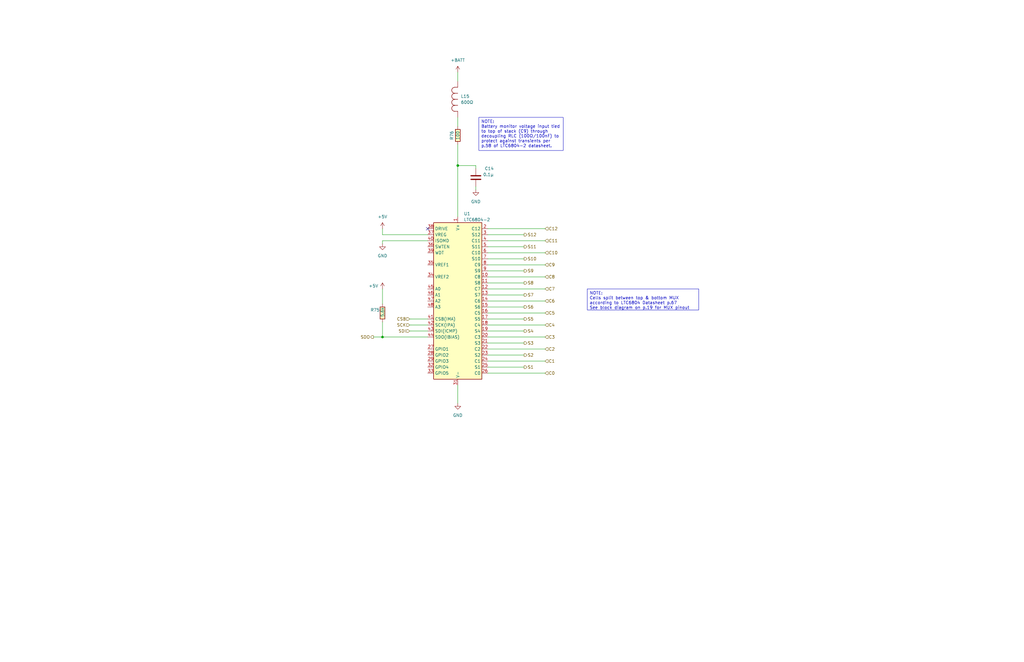
<source format=kicad_sch>
(kicad_sch (version 20230121) (generator eeschema)
  (paper "B")
  (title_block (title "Battery Stack Monitor") (date "2024-08-10") (rev "A") (company "AeroNU - FixedWing"))
  (lib_symbols
    (symbol "FixedWing:BLM31PG601SN1L" (pin_numbers hide) (pin_names (offset 0.254) hide)
      (property "Reference" "L" (at 6.985 5.08 0))
      (property "Value" "600Ω" (at 6.985 -2.54 0))
      (symbol "BLM31PG601SN1L_1_1"
        (polyline (pts (xy 2.54 0) (xy 2.54 1.27)) (stroke (width 0.2032)))
        (polyline (pts (xy 5.08 0) (xy 5.08 1.27)) (stroke (width 0.2032)))
        (polyline (pts (xy 7.62 0) (xy 7.62 1.27)) (stroke (width 0.2032)))
        (polyline (pts (xy 10.16 0) (xy 10.16 1.27)) (stroke (width 0.2032)))
        (polyline (pts (xy 12.7 0) (xy 12.7 1.27)) (stroke (width 0.2032)))
        (arc (start 5.08 1.27) (mid 3.81 2.5345) (end 2.54 1.27) (stroke (width 0.2032)))
        (arc (start 7.62 1.27) (mid 6.35 2.5345) (end 5.08 1.27) (stroke (width 0.2032)))
        (arc (start 10.16 1.27) (mid 8.89 2.5345) (end 7.62 1.27) (stroke (width 0.2032)))
        (arc (start 12.7 1.27) (mid 11.43 2.5345) (end 10.16 1.27) (stroke (width 0.2032)))
        (pin unspecified line (at 15.24 0 180) (length 2.54) (name "1") (number "1"))
        (pin unspecified line (at 0 0 0) (length 2.54) (name "2") (number "2"))
      )
      (symbol "BLM31PG601SN1L_1_2"
        (arc (start -1.27 5.08) (mid -2.5345 3.81) (end -1.27 2.54) (stroke (width 0.2032)))
        (arc (start -1.27 7.62) (mid -2.5345 6.35) (end -1.27 5.08) (stroke (width 0.2032)))
        (arc (start -1.27 10.16) (mid -2.5345 8.89) (end -1.27 7.62) (stroke (width 0.2032)))
        (arc (start -1.27 12.7) (mid -2.5345 11.43) (end -1.27 10.16) (stroke (width 0.2032)))
        (polyline (pts (xy 0 2.54) (xy -1.27 2.54)) (stroke (width 0.2032)))
        (polyline (pts (xy 0 5.08) (xy -1.27 5.08)) (stroke (width 0.2032)))
        (polyline (pts (xy 0 7.62) (xy -1.27 7.62)) (stroke (width 0.2032)))
        (polyline (pts (xy 0 10.16) (xy -1.27 10.16)) (stroke (width 0.2032)))
        (polyline (pts (xy 0 12.7) (xy -1.27 12.7)) (stroke (width 0.2032)))
        (pin unspecified line (at 0 15.24 270) (length 2.54) (name "1") (number "1"))
        (pin unspecified line (at 0 0 90) (length 2.54) (name "2") (number "2"))
      )
    )
    (symbol "FixedWing:CRCW0805100RFKEA" (pin_numbers hide) (pin_names (offset 0) hide)
      (property "Reference" "R" (at 2.54 3.81 0))
      (property "Value" "100" (at 1.27 -2.54 0))
      (symbol "CRCW0805100RFKEA_1_1"
        (rectangle (start 1.27 1.016) (end 6.35 -1.016) (stroke (width 0.254)) (fill (type background)))
        (pin passive line (at 0 0 0) (length 1.27) (name "~") (number "1"))
        (pin passive line (at 7.62 0 180) (length 1.27) (name "~") (number "2"))
      )
    )
    (symbol "FixedWing:GCJ188R72A104KA01D" (pin_numbers hide) (pin_names (offset 0) hide)
      (property "Reference" "C" (at 1.27 2.54 0))
      (property "Value" "0.1µ" (at 7.62 -2.54 0))
      (symbol "GCJ188R72A104KA01D_0_1"
        (polyline (pts (xy 3.048 -2.032) (xy 3.048 2.032)) (stroke (width 0.508)))
        (polyline (pts (xy 4.572 -2.032) (xy 4.572 2.032)) (stroke (width 0.508)))
      )
      (symbol "GCJ188R72A104KA01D_1_1"
        (pin passive line (at 0 0 0) (length 2.794) (name "~") (number "1"))
        (pin passive line (at 7.62 0 180) (length 2.794) (name "~") (number "2"))
      )
      (symbol "GCJ188R72A104KA01D_1_2"
        (polyline (pts (xy -1.905 -4.1148) (xy 1.905 -4.1148)) (stroke (width 0.2032)))
        (polyline (pts (xy -1.905 -3.4798) (xy 1.905 -3.4798)) (stroke (width 0.2032)))
        (polyline (pts (xy 0 -4.1148) (xy 0 -5.08)) (stroke (width 0.2032)))
        (polyline (pts (xy 0 -2.54) (xy 0 -3.4798)) (stroke (width 0.2032)))
        (pin unspecified line (at 0 0 270) (length 2.54) (name "") (number "1"))
        (pin unspecified line (at 0 -7.62 90) (length 2.54) (name "") (number "2"))
      )
    )
    (symbol "FixedWing:LTC6804-2"
      (property "Reference" "U" (at -10.16 34.29 0))
      (property "Value" "LTC6804-2" (at -16.51 -34.29 0))
      (symbol "LTC6804-2_0_1"
        (rectangle (start -10.16 33.02) (end 10.16 -33.02) (stroke (width 0.254)) (fill (type background)))
      )
      (symbol "LTC6804-2_1_1"
        (pin power_in line (at 0 35.56 270) (length 2.54) (name "V+") (number "1"))
        (pin input line (at 12.7 10.16 180) (length 2.54) (name "C8") (number "10"))
        (pin bidirectional line (at 12.7 7.62 180) (length 2.54) (name "S8") (number "11"))
        (pin input line (at 12.7 5.08 180) (length 2.54) (name "C7") (number "12"))
        (pin bidirectional line (at 12.7 2.54 180) (length 2.54) (name "S7") (number "13"))
        (pin input line (at 12.7 0 180) (length 2.54) (name "C6") (number "14"))
        (pin bidirectional line (at 12.7 -2.54 180) (length 2.54) (name "S6") (number "15"))
        (pin input line (at 12.7 -5.08 180) (length 2.54) (name "C5") (number "16"))
        (pin bidirectional line (at 12.7 -7.62 180) (length 2.54) (name "S5") (number "17"))
        (pin input line (at 12.7 -10.16 180) (length 2.54) (name "C4") (number "18"))
        (pin bidirectional line (at 12.7 -12.7 180) (length 2.54) (name "S4") (number "19"))
        (pin input line (at 12.7 30.48 180) (length 2.54) (name "C12") (number "2"))
        (pin input line (at 12.7 -15.24 180) (length 2.54) (name "C3") (number "20"))
        (pin bidirectional line (at 12.7 -17.78 180) (length 2.54) (name "S3") (number "21"))
        (pin input line (at 12.7 -20.32 180) (length 2.54) (name "C2") (number "22"))
        (pin bidirectional line (at 12.7 -22.86 180) (length 2.54) (name "S2") (number "23"))
        (pin input line (at 12.7 -25.4 180) (length 2.54) (name "C1") (number "24"))
        (pin bidirectional line (at 12.7 -27.94 180) (length 2.54) (name "S1") (number "25"))
        (pin input line (at 12.7 -30.48 180) (length 2.54) (name "C0") (number "26"))
        (pin bidirectional line (at -12.7 -20.32 0) (length 2.54) (name "GPIO1") (number "27"))
        (pin bidirectional line (at -12.7 -22.86 0) (length 2.54) (name "GPIO2") (number "28"))
        (pin bidirectional line (at -12.7 -25.4 0) (length 2.54) (name "GPIO3") (number "29"))
        (pin bidirectional line (at 12.7 27.94 180) (length 2.54) (name "S12") (number "3"))
        (pin passive line (at 0 -35.56 90) (length 2.54) hide (name "V-") (number "30"))
        (pin passive line (at 0 -35.56 90) (length 2.54) (name "V-") (number "31"))
        (pin bidirectional line (at -12.7 -27.94 0) (length 2.54) (name "GPIO4") (number "32"))
        (pin bidirectional line (at -12.7 -30.48 0) (length 2.54) (name "GPIO5") (number "33"))
        (pin output line (at -12.7 10.16 0) (length 2.54) (name "VREF2") (number "34"))
        (pin output line (at -12.7 15.24 0) (length 2.54) (name "VREF1") (number "35"))
        (pin input line (at -12.7 22.86 0) (length 2.54) (name "SWTEN") (number "36"))
        (pin input line (at -12.7 27.94 0) (length 2.54) (name "VREG") (number "37"))
        (pin output line (at -12.7 30.48 0) (length 2.54) (name "DRIVE") (number "38"))
        (pin output line (at -12.7 20.32 0) (length 2.54) (name "WDT") (number "39"))
        (pin input line (at 12.7 25.4 180) (length 2.54) (name "C11") (number "4"))
        (pin input line (at -12.7 25.4 0) (length 2.54) (name "ISOMD") (number "40"))
        (pin bidirectional line (at -12.7 -7.62 0) (length 2.54) (name "CSB(IMA)") (number "41"))
        (pin bidirectional line (at -12.7 -10.16 0) (length 2.54) (name "SCK(IPA)") (number "42"))
        (pin input line (at -12.7 -12.7 0) (length 2.54) (name "SDI(ICMP)") (number "43"))
        (pin open_collector line (at -12.7 -15.24 0) (length 2.54) (name "SDO(IBIAS)") (number "44"))
        (pin passive line (at -12.7 5.08 0) (length 2.54) (name "A0") (number "45"))
        (pin passive line (at -12.7 2.54 0) (length 2.54) (name "A1") (number "46"))
        (pin bidirectional line (at -12.7 0 0) (length 2.54) (name "A2") (number "47"))
        (pin bidirectional line (at -12.7 -2.54 0) (length 2.54) (name "A3") (number "48"))
        (pin bidirectional line (at 12.7 22.86 180) (length 2.54) (name "S11") (number "5"))
        (pin input line (at 12.7 20.32 180) (length 2.54) (name "C10") (number "6"))
        (pin bidirectional line (at 12.7 17.78 180) (length 2.54) (name "S10") (number "7"))
        (pin input line (at 12.7 15.24 180) (length 2.54) (name "C9") (number "8"))
        (pin bidirectional line (at 12.7 12.7 180) (length 2.54) (name "S9") (number "9"))
      )
    )
    (symbol "FixedWing:RK73H2ATTD5601F" (pin_numbers hide) (pin_names (offset 1.016) hide)
      (property "Reference" "R" (at 1.27 2.54 0))
      (property "Value" "5.6k" (at 1.27 -3.81 0))
      (symbol "RK73H2ATTD5601F_1_1"
        (rectangle (start 1.27 1.016) (end 6.35 -1.016) (stroke (width 0.254)) (fill (type background)))
        (pin passive line (at 0 0 0) (length 1.27) (name "~") (number "1"))
        (pin passive line (at 7.62 0 180) (length 1.27) (name "~") (number "2"))
      )
    )
    (symbol "power:+5V" (power) (pin_names (offset 0))
      (property "Value" "+5V" (at 0 3.556 0))
      (symbol "+5V_0_1"
        (polyline (pts (xy -0.762 1.27) (xy 0 2.54)))
        (polyline (pts (xy 0 0) (xy 0 2.54)))
        (polyline (pts (xy 0 2.54) (xy 0.762 1.27)))
      )
      (symbol "+5V_1_1"
        (pin power_in line (at 0 0 90) (length 0) hide (name "+5V") (number "1"))
      )
    )
    (symbol "power:+BATT" (power) (pin_names (offset 0))
      (property "Value" "+BATT" (at 0 3.556 0))
      (symbol "+BATT_0_1"
        (polyline (pts (xy -0.762 1.27) (xy 0 2.54)))
        (polyline (pts (xy 0 0) (xy 0 2.54)))
        (polyline (pts (xy 0 2.54) (xy 0.762 1.27)))
      )
      (symbol "+BATT_1_1"
        (pin power_in line (at 0 0 90) (length 0) hide (name "+BATT") (number "1"))
      )
    )
    (symbol "power:GND" (power) (pin_names (offset 0))
      (property "Value" "GND" (at 0 -3.81 0))
      (symbol "GND_0_1"
        (polyline (pts (xy 0 0) (xy 0 -1.27) (xy 1.27 -1.27) (xy 0 -2.54) (xy -1.27 -1.27) (xy 0 -1.27)))
      )
      (symbol "GND_1_1"
        (pin power_in line (at 0 0 270) (length 0) hide (name "GND") (number "1"))
      )
    )
  )
  (junction (at 161.29 142.24))
  (junction (at 193.04 69.85))
  (no_connect (at 180.34 96.52))
  (wire (pts (xy 161.29 102.87) (xy 161.29 101.6)))
  (wire (pts (xy 161.29 121.92) (xy 161.29 128.27)))
  (wire (pts (xy 205.74 106.68) (xy 229.87 106.68)))
  (wire (pts (xy 205.74 114.3) (xy 220.98 114.3)))
  (wire (pts (xy 193.04 49.53) (xy 193.04 53.34)))
  (wire (pts (xy 205.74 99.06) (xy 220.98 99.06)))
  (wire (pts (xy 205.74 142.24) (xy 229.87 142.24)))
  (wire (pts (xy 205.74 101.6) (xy 229.87 101.6)))
  (wire (pts (xy 205.74 137.16) (xy 229.87 137.16)))
  (wire (pts (xy 193.04 60.96) (xy 193.04 69.85)))
  (wire (pts (xy 205.74 121.92) (xy 229.87 121.92)))
  (wire (pts (xy 200.66 71.12) (xy 200.66 69.85)))
  (wire (pts (xy 205.74 127) (xy 229.87 127)))
  (wire (pts (xy 205.74 154.94) (xy 220.98 154.94)))
  (wire (pts (xy 180.34 99.06) (xy 161.29 99.06)))
  (wire (pts (xy 172.72 134.62) (xy 180.34 134.62)))
  (wire (pts (xy 161.29 99.06) (xy 161.29 96.52)))
  (wire (pts (xy 205.74 119.38) (xy 220.98 119.38)))
  (wire (pts (xy 205.74 132.08) (xy 229.87 132.08)))
  (wire (pts (xy 205.74 139.7) (xy 220.98 139.7)))
  (wire (pts (xy 205.74 111.76) (xy 229.87 111.76)))
  (wire (pts (xy 157.48 142.24) (xy 161.29 142.24)))
  (wire (pts (xy 205.74 152.4) (xy 229.87 152.4)))
  (wire (pts (xy 193.04 162.56) (xy 193.04 170.18)))
  (wire (pts (xy 172.72 137.16) (xy 180.34 137.16)))
  (wire (pts (xy 205.74 134.62) (xy 220.98 134.62)))
  (wire (pts (xy 200.66 69.85) (xy 193.04 69.85)))
  (wire (pts (xy 205.74 147.32) (xy 229.87 147.32)))
  (wire (pts (xy 205.74 109.22) (xy 220.98 109.22)))
  (wire (pts (xy 172.72 139.7) (xy 180.34 139.7)))
  (wire (pts (xy 161.29 135.89) (xy 161.29 142.24)))
  (wire (pts (xy 200.66 80.01) (xy 200.66 78.74)))
  (wire (pts (xy 205.74 157.48) (xy 229.87 157.48)))
  (wire (pts (xy 205.74 129.54) (xy 220.98 129.54)))
  (wire (pts (xy 205.74 144.78) (xy 220.98 144.78)))
  (wire (pts (xy 205.74 96.52) (xy 229.87 96.52)))
  (wire (pts (xy 205.74 124.46) (xy 220.98 124.46)))
  (wire (pts (xy 161.29 142.24) (xy 180.34 142.24)))
  (wire (pts (xy 205.74 116.84) (xy 229.87 116.84)))
  (wire (pts (xy 205.74 104.14) (xy 220.98 104.14)))
  (wire (pts (xy 205.74 149.86) (xy 220.98 149.86)))
  (wire (pts (xy 193.04 30.48) (xy 193.04 34.29)))
  (wire (pts (xy 161.29 101.6) (xy 180.34 101.6)))
  (wire (pts (xy 193.04 69.85) (xy 193.04 91.44)))
  (text_box "NOTE:\nCells split between top & bottom MUX according to LTC6804 Datasheet p.67\nSee block diagram on p.19 for MUX pinout" (at 247.65 121.92 0) (size 46.99 8.89) (effects (font (size 1.27 1.27)) (justify left top)))
  (text_box "NOTE:\nBattery monitor voltage input tied to top of stack (C9) through decoupling RLC (100Ω/100nF) to protect against transients per p.58 of LTC6804-2 datasheet." (at 201.93 49.53 0) (size 35.56 13.97) (effects (font (size 1.27 1.27)) (justify left top)))
  (hierarchical_label "SDO" (shape output) (at 157.48 142.24 180))
  (hierarchical_label "C9" (shape input) (at 229.87 111.76 0))
  (hierarchical_label "C1" (shape input) (at 229.87 152.4 0))
  (hierarchical_label "SDI" (shape input) (at 172.72 139.7 180))
  (hierarchical_label "C2" (shape input) (at 229.87 147.32 0))
  (hierarchical_label "C3" (shape input) (at 229.87 142.24 0))
  (hierarchical_label "S2" (shape output) (at 220.98 149.86 0))
  (hierarchical_label "S3" (shape output) (at 220.98 144.78 0))
  (hierarchical_label "C11" (shape input) (at 229.87 101.6 0))
  (hierarchical_label "S11" (shape output) (at 220.98 104.14 0))
  (hierarchical_label "S4" (shape output) (at 220.98 139.7 0))
  (hierarchical_label "S5" (shape output) (at 220.98 134.62 0))
  (hierarchical_label "S9" (shape output) (at 220.98 114.3 0))
  (hierarchical_label "C4" (shape input) (at 229.87 137.16 0))
  (hierarchical_label "SCK" (shape input) (at 172.72 137.16 180))
  (hierarchical_label "C0" (shape input) (at 229.87 157.48 0))
  (hierarchical_label "CSB" (shape input) (at 172.72 134.62 180))
  (hierarchical_label "C8" (shape input) (at 229.87 116.84 0))
  (hierarchical_label "S8" (shape output) (at 220.98 119.38 0))
  (hierarchical_label "C10" (shape input) (at 229.87 106.68 0))
  (hierarchical_label "S10" (shape output) (at 220.98 109.22 0))
  (hierarchical_label "S6" (shape output) (at 220.98 129.54 0))
  (hierarchical_label "S12" (shape output) (at 220.98 99.06 0))
  (hierarchical_label "C12" (shape input) (at 229.87 96.52 0))
  (hierarchical_label "S1" (shape output) (at 220.98 154.94 0))
  (hierarchical_label "C6" (shape input) (at 229.87 127 0))
  (hierarchical_label "C5" (shape input) (at 229.87 132.08 0))
  (hierarchical_label "S7" (shape output) (at 220.98 124.46 0))
  (hierarchical_label "C7" (shape input) (at 229.87 121.92 0))
  (symbol (lib_id "FixedWing:CRCW0805100RFKEA") (at 193.04 60.96 90) (unit 1)
    (property "Reference" "R76" (at 190.5 57.15 0))
    (property "Value" "100" (at 193.04 57.15 0))
    (property "Footprint" "RESC2012X50N" (effects hide))
    (property "Datasheet" "http://www.vishay.com/docs/20035/dcrcwe3.pdf" (effects hide))
    (property "Height" "0.5" (effects hide))
    (property "Mouser Part Number" "71-CRCW0805-100-E3" (effects hide))
    (property "Mouser Price/Stock" "https://www.mouser.co.uk/ProductDetail/Vishay-Dale/CRCW0805100RFKEA?qs=LOX6nxTstiYDPDKmuLyNLw%3D%3D" (effects hide))
    (property "Manufacturer_Name" "Vishay" (effects hide))
    (property "Manufacturer_Part_Number" "CRCW0805100RFKEA" (effects hide))
  )
  (symbol (lib_id "FixedWing:LTC6804-2") (at 193.04 127 0) (unit 1)
    (property "Reference" "U1" (at 195.58 90.17 0) (effects (justify left)))
    (property "Value" "LTC6804-2" (at 195.58 92.71 0) (effects (justify left)))
    (property "Footprint" "FixedWing:SSOP-48_5.3x12.8mm_P0.5mm" (effects hide))
    (property "Datasheet" "https://www.analog.com/media/en/technical-documentation/data-sheets/680412fc.pdf" (effects hide))
    (property "Mouser Part Number" "584-LTC6804IG-2#PBF" (effects hide))
    (property "Mouser Price/Stock" "https://www.mouser.com/ProductDetail/Analog-Devices/LTC6804IG-2PBF?qs=hVkxg5c3xu9J5aXeRrCrGw%3D%3D" (effects hide))
    (property "Manufacturer Name" "Analog Devices" (effects hide))
    (property "Manufacturer Part Number" "LTC6804-2" (effects hide))
  )
  (symbol (lib_id "power:GND") (at 161.29 102.87 0) (unit 1)
    (property "Reference" "#PWR06" (effects hide))
    (property "Value" "GND" (at 161.29 107.95 0))
  )
  (symbol (lib_id "power:+5V") (at 161.29 96.52 0) (unit 1)
    (property "Reference" "#PWR05" (effects hide))
    (property "Value" "+5V" (at 161.29 91.44 0))
  )
  (symbol (lib_id "power:+5V") (at 161.29 121.92 0) (unit 1)
    (property "Reference" "#PWR07" (effects hide))
    (property "Value" "+5V" (at 157.48 120.65 0))
  )
  (symbol (lib_id "power:GND") (at 193.04 170.18 0) (unit 1)
    (property "Reference" "#PWR09" (effects hide))
    (property "Value" "GND" (at 193.04 175.26 0))
  )
  (symbol (lib_id "FixedWing:RK73H2ATTD5601F") (at 161.29 135.89 90) (unit 1)
    (property "Reference" "R75" (at 156.21 130.81 90) (effects (justify right)))
    (property "Value" "5.6k" (at 161.29 129.54 0) (effects (justify right)))
    (property "Footprint" "FixedWing:RESC2012X60N" (effects hide))
    (property "Datasheet" "https://www.koaspeer.com/pdfs/RK73H.pdf" (effects hide))
    (property "Manufacturer" "KOA Speer Electronics, Inc." (effects hide))
    (property "Manufacturer Part Number" "RK73H2ATTD5601F" (effects hide))
  )
  (symbol (lib_id "FixedWing:GCJ188R72A104KA01D") (at 200.66 71.12 270) (unit 1)
    (property "Reference" "C14" (at 208.28 71.12 90) (effects (justify right)))
    (property "Value" "0.1µ" (at 208.28 73.66 90) (effects (justify right)))
    (property "Footprint" "FixedWing:CAP_GCJ-18_MUR" (effects hide))
    (property "Datasheet" "https://search.murata.co.jp/Ceramy/image/img/A01X/G101/ENG/GCJ21BR71A106KE01-01A.pdf" (effects hide))
    (property "Manufacturer" "Murata Electronics" (effects hide))
    (property "Manufacturer Part Number" "GCM21BR72A104KA37L" (effects hide))
    (property "Manufacturer_Part_Number" "GCJ188R72A104KA01D" (effects hide))
  )
  (symbol (lib_id "power:+BATT") (at 193.04 30.48 0) (unit 1)
    (property "Reference" "#PWR08" (effects hide))
    (property "Value" "+BATT" (at 193.04 25.4 0))
  )
  (symbol (lib_id "FixedWing:BLM31PG601SN1L") (at 193.04 49.53 90) (unit 1)
    (property "Reference" "L15" (at 194.31 40.64 90) (effects (justify right)))
    (property "Value" "600Ω" (at 194.31 43.18 90) (effects (justify right)))
    (property "Footprint" "FixedWing:IND_BLM31PG391SN1L_MUR" (effects hide))
    (property "Datasheet" "https://www.murata.com/en-us/products/productdata/8796739698718/ENFA0006.pdf" (effects hide))
    (property "Manufacturer" "Murata Electronics" (effects hide))
    (property "Manufacturer Part Number" "BLM31PG601SN1L" (effects hide))
  )
  (symbol (lib_id "power:GND") (at 200.66 80.01 0) (unit 1)
    (property "Reference" "#PWR010" (effects hide))
    (property "Value" "GND" (at 200.66 85.09 0))
  )
)
</source>
